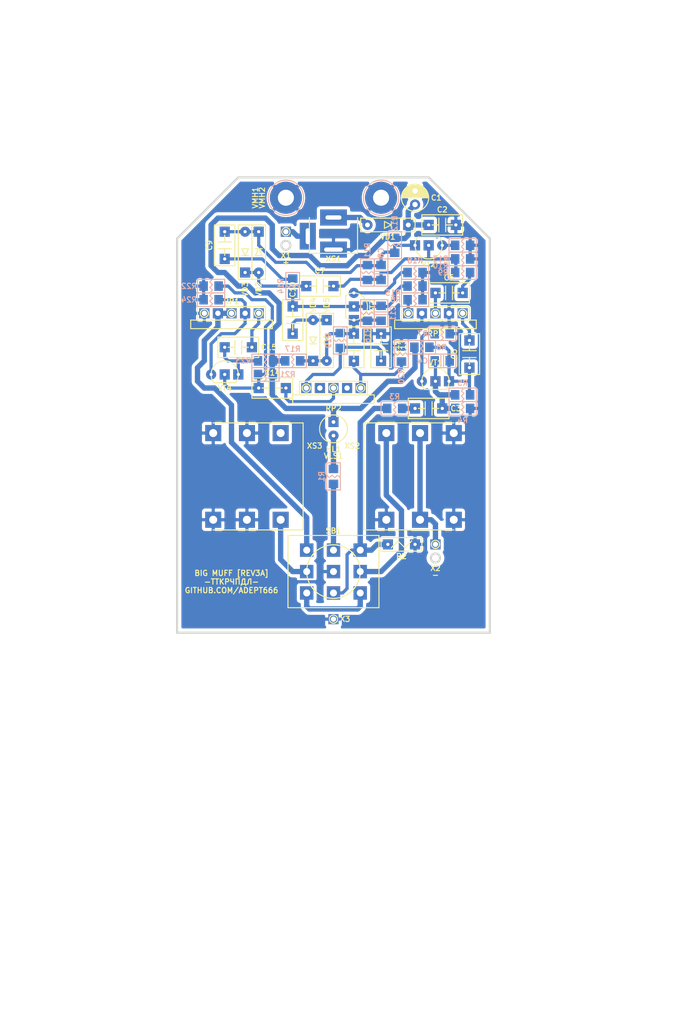
<source format=kicad_pcb>
(kicad_pcb (version 20171130) (host pcbnew 5.1.6-c6e7f7d~87~ubuntu19.10.1)
  (title_block (title "Big Muff (Bass)") (date 2023-02-10) (rev 3A) (company "Igor Ivanov") (comment 1 https://github.com/Adept666) (comment 2 "This project is licensed under GNU General Public License v3.0 or later"))
  (layers (0 F.Cu jumper) (31 B.Cu signal) (36 B.SilkS user) (37 F.SilkS user) (38 B.Mask user) (39 F.Mask user) (44 Edge.Cuts user))
  (net 0 "")
  (net 1 COM)
  (net 2 "Net-(HL1-PadC)")
  (net 3 /LED)
  (net 4 "Net-(SB1-PadNC1)")
  (net 5 /IN-CON)
  (net 6 /OUT-CON)
  (net 7 /PP3-POS)
  (net 8 /PP3-NEG)
  (net 9 "Net-(VD1-PadA)")
  (net 10 "Net-(C3-Pad2)")
  (net 11 "Net-(C4-Pad2)")
  (net 12 "Net-(C5-Pad2)")
  (net 13 "Net-(C6-Pad1)")
  (net 14 "Net-(C6-Pad2)")
  (net 15 "Net-(C7-Pad1)")
  (net 16 "Net-(C7-Pad2)")
  (net 17 "Net-(C8-Pad2)")
  (net 18 "Net-(C9-Pad2)")
  (net 19 "Net-(C10-Pad1)")
  (net 20 "Net-(C10-Pad2)")
  (net 21 "Net-(C11-Pad2)")
  (net 22 "Net-(C12-Pad2)")
  (net 23 "Net-(C13-Pad1)")
  (net 24 "Net-(C14-Pad1)")
  (net 25 "Net-(C14-Pad2)")
  (net 26 "Net-(C15-Pad1)")
  (net 27 "Net-(C15-Pad2)")
  (net 28 "Net-(R8-Pad2)")
  (net 29 "Net-(C3-Pad1)")
  (net 30 V)
  (net 31 /IN-CIR)
  (net 32 /OUT-CIR)
  (net 33 "Net-(XS3-PadTN)")
  (net 34 "Net-(R7-Pad2)")
  (net 35 "Net-(R13-Pad2)")
  (net 36 "Net-(R18-Pad2)")
  (net 37 "Net-(R24-Pad2)")
  (module SBEL:B013_E1 (layer F.Cu) (at 105.41 148.59)
    (fp_text reference VE1 hide)
    (fp_text value B013 hide)
  )
  (module KCL-VIRTUAL:B-PP3-HV (layer F.Cu) (at 105.41 187.96)
    (fp_text reference GB1 hide)
    (fp_text value PP3 hide)
  )
  (module SBKCL-TH-SL:RPB-18-1x17-1.6-PNL-7.4-2.8 (layer F.Cu) (at 86.36 108.15)
    (fp_text reference RP1 (at 0 9.0075) (layer F.SilkS) (effects (font (thickness 0.2))))
    (fp_text value A100K)
    (pad 3 thru_hole rect (at 5.08 11.23) (size 1.9 1.9) (drill 1) (layers B.Cu B.Mask) (net 27 "Net-(C15-Pad2)"))
    (pad NC2 thru_hole rect (at 2.54 11.23) (size 1.9 1.9) (drill 1) (layers B.Cu B.Mask) (net 37 "Net-(R24-Pad2)"))
    (pad 2 thru_hole rect (at 0 11.23) (size 1.9 1.9) (drill 1) (layers B.Cu B.Mask) (net 32 /OUT-CIR))
    (pad NC1 thru_hole rect (at -2.54 11.23) (size 1.9 1.9) (drill 1) (layers B.Cu B.Mask) (net 32 /OUT-CIR))
    (pad 1 thru_hole rect (at -5.08 11.23) (size 1.9 1.9) (drill 1) (layers B.Cu B.Mask) (net 1 COM))
  )
  (module SBKCL-TH-SL:RPB-18-1x17-1.6-PNL-7.4-2.8 (layer F.Cu) (at 124.46 108.15)
    (fp_text reference RP3 (at 0 15.04) (layer F.SilkS) (effects (font (thickness 0.2))))
    (fp_text value A100K)
    (pad 3 thru_hole rect (at 5.08 11.23) (size 1.9 1.9) (drill 1) (layers B.Cu B.Mask) (net 12 "Net-(C5-Pad2)"))
    (pad NC2 thru_hole rect (at 2.54 11.23) (size 1.9 1.9) (drill 1) (layers B.Cu B.Mask) (net 1 COM))
    (pad 2 thru_hole rect (at 0 11.23) (size 1.9 1.9) (drill 1) (layers B.Cu B.Mask) (net 13 "Net-(C6-Pad1)"))
    (pad NC1 thru_hole rect (at -2.54 11.23) (size 1.9 1.9) (drill 1) (layers B.Cu B.Mask) (net 1 COM))
    (pad 1 thru_hole rect (at -5.08 11.23) (size 1.9 1.9) (drill 1) (layers B.Cu B.Mask) (net 28 "Net-(R8-Pad2)"))
  )
  (module SBKCL-TH-SL:RPB-18-1x17-1.6-PNL-7.4-2.8 (layer F.Cu) (at 105.41 122.12)
    (fp_text reference RP2 (at 0 15.04) (layer F.SilkS) (effects (font (thickness 0.2))))
    (fp_text value B100K)
    (pad 3 thru_hole rect (at 5.08 11.23) (size 1.9 1.9) (drill 1) (layers B.Cu B.Mask) (net 22 "Net-(C12-Pad2)"))
    (pad NC2 thru_hole rect (at 2.54 11.23) (size 1.9 1.9) (drill 1) (layers B.Cu B.Mask))
    (pad 2 thru_hole rect (at 0 11.23) (size 1.9 1.9) (drill 1) (layers B.Cu B.Mask) (net 24 "Net-(C14-Pad1)"))
    (pad NC1 thru_hole rect (at -2.54 11.23) (size 1.9 1.9) (drill 1) (layers B.Cu B.Mask))
    (pad 1 thru_hole rect (at -5.08 11.23) (size 1.9 1.9) (drill 1) (layers B.Cu B.Mask) (net 23 "Net-(C13-Pad1)"))
  )
  (module KCL-TH-SL:CON-PAD-S-1.0-1.9 (layer F.Cu) (at 96.52 104.14)
    (fp_text reference X1 (at 0 4.445) (layer F.SilkS) (effects (font (thickness 0.2))))
    (fp_text value +)
    (pad 1 thru_hole rect (at 0 0) (size 1.9 1.9) (drill 1) (layers B.Cu B.Mask) (net 7 /PP3-POS))
  )
  (module KCL-TH-SL:CON-PAD-S-1.0-1.9 (layer F.Cu) (at 124.46 162.56)
    (fp_text reference X2 (at 0 4.445) (layer F.SilkS) (effects (font (thickness 0.2))))
    (fp_text value -)
    (pad 1 thru_hole rect (at 0 0) (size 1.9 1.9) (drill 1) (layers B.Cu B.Mask) (net 8 /PP3-NEG))
  )
  (module KCL-TH-SL:CON-PAD-S-1.0-1.9 (layer F.Cu) (at 105.41 176.53)
    (fp_text reference X3 (at 1.0795 0) (layer F.SilkS) (effects (font (thickness 0.2)) (justify left)))
    (fp_text value COM)
    (pad 1 thru_hole rect (at 0 0) (size 1.9 1.9) (drill 1) (layers B.Cu B.Mask) (net 1 COM))
  )
  (module KCL-TH-SL:P-TO-92-E-B-C (layer F.Cu) (at 123.19 106.68 180)
    (fp_text reference VT2 (at 0 -3.4925) (layer F.SilkS) (effects (font (thickness 0.2))))
    (fp_text value 547)
    (pad C thru_hole rect (at 2.54 0 180) (size 1.9 1.9) (drill 0.6) (layers B.Cu B.Mask) (net 17 "Net-(C8-Pad2)"))
    (pad B thru_hole rect (at 0 0 180) (size 1.9 1.9) (drill 0.6) (layers B.Cu B.Mask) (net 15 "Net-(C7-Pad1)"))
    (pad E thru_hole circle (at -2.54 0 180) (size 1.9 1.9) (drill 0.6) (layers B.Cu B.Mask) (net 35 "Net-(R13-Pad2)"))
  )
  (module KCL-TH-SL:P-TO-92-E-B-C (layer F.Cu) (at 109.22 118.11 270)
    (fp_text reference VT3 (at 0 -3.4925 90) (layer F.SilkS) (effects (font (thickness 0.2))))
    (fp_text value 547)
    (pad C thru_hole rect (at 2.54 0 270) (size 1.9 1.9) (drill 0.6) (layers B.Cu B.Mask) (net 21 "Net-(C11-Pad2)"))
    (pad B thru_hole rect (at 0 0 270) (size 1.9 1.9) (drill 0.6) (layers B.Cu B.Mask) (net 19 "Net-(C10-Pad1)"))
    (pad E thru_hole circle (at -2.54 0 270) (size 1.9 1.9) (drill 0.6) (layers B.Cu B.Mask) (net 36 "Net-(R18-Pad2)"))
  )
  (module KCL-TH-SL:P-TO-92-E-B-C (layer F.Cu) (at 124.46 132.08)
    (fp_text reference VT1 (at 0 -3.4925) (layer F.SilkS) (effects (font (thickness 0.2))))
    (fp_text value 547)
    (pad E thru_hole circle (at -2.54 0) (size 1.9 1.9) (drill 0.6) (layers B.Cu B.Mask) (net 34 "Net-(R7-Pad2)"))
    (pad B thru_hole rect (at 0 0) (size 1.9 1.9) (drill 0.6) (layers B.Cu B.Mask) (net 10 "Net-(C3-Pad2)"))
    (pad C thru_hole rect (at 2.54 0) (size 1.9 1.9) (drill 0.6) (layers B.Cu B.Mask) (net 11 "Net-(C4-Pad2)"))
  )
  (module KCL-TH-SL:P-TO-92-E-B-C (layer F.Cu) (at 85.09 130.81)
    (fp_text reference VT4 (at 0 2.54) (layer F.SilkS) (effects (font (thickness 0.2))))
    (fp_text value 547)
    (pad C thru_hole rect (at 2.54 0) (size 1.9 1.9) (drill 0.6) (layers B.Cu B.Mask) (net 26 "Net-(C15-Pad1)"))
    (pad B thru_hole rect (at 0 0) (size 1.9 1.9) (drill 0.6) (layers B.Cu B.Mask) (net 25 "Net-(C14-Pad2)"))
    (pad E thru_hole circle (at -2.54 0) (size 1.9 1.9) (drill 0.6) (layers B.Cu B.Mask) (net 37 "Net-(R24-Pad2)"))
  )
  (module KCL-TH-SL:P-DO-35 (layer F.Cu) (at 88.9 107.95 270)
    (fp_text reference VD3 (at 5.3975 0 90) (layer F.SilkS) (effects (font (thickness 0.2)) (justify right)))
    (fp_text value 4148)
    (pad C thru_hole rect (at 3.81 0 270) (size 1.9 1.9) (drill 0.6) (layers B.Cu B.Mask) (net 16 "Net-(C7-Pad2)"))
    (pad A thru_hole circle (at -3.81 0 270) (size 1.9 1.9) (drill 0.6) (layers B.Cu B.Mask) (net 17 "Net-(C8-Pad2)"))
  )
  (module KCL-TH-SL:P-DO-35 (layer F.Cu) (at 91.44 107.95 90)
    (fp_text reference VD2 (at -5.3975 0 90) (layer F.SilkS) (effects (font (thickness 0.2)) (justify right)))
    (fp_text value 4148)
    (pad C thru_hole rect (at 3.81 0 90) (size 1.9 1.9) (drill 0.6) (layers B.Cu B.Mask) (net 17 "Net-(C8-Pad2)"))
    (pad A thru_hole circle (at -3.81 0 90) (size 1.9 1.9) (drill 0.6) (layers B.Cu B.Mask) (net 16 "Net-(C7-Pad2)"))
  )
  (module KCL-TH-SL:P-DO-35 (layer F.Cu) (at 101.6 124.46 270)
    (fp_text reference VD4 (at -5.08 0 90) (layer F.SilkS) (effects (font (thickness 0.2)) (justify left)))
    (fp_text value 4148)
    (pad C thru_hole rect (at 3.81 0 270) (size 1.9 1.9) (drill 0.6) (layers B.Cu B.Mask) (net 21 "Net-(C11-Pad2)"))
    (pad A thru_hole circle (at -3.81 0 270) (size 1.9 1.9) (drill 0.6) (layers B.Cu B.Mask) (net 20 "Net-(C10-Pad2)"))
  )
  (module KCL-TH-SL:P-DO-35 (layer F.Cu) (at 104.14 124.46 90)
    (fp_text reference VD5 (at 5.08 0 90) (layer F.SilkS) (effects (font (thickness 0.2)) (justify left)))
    (fp_text value 4148)
    (pad C thru_hole rect (at 3.81 0 90) (size 1.9 1.9) (drill 0.6) (layers B.Cu B.Mask) (net 20 "Net-(C10-Pad2)"))
    (pad A thru_hole circle (at -3.81 0 90) (size 1.9 1.9) (drill 0.6) (layers B.Cu B.Mask) (net 21 "Net-(C11-Pad2)"))
  )
  (module KCL-TH-SL:C-DISK-D04.2-T03.0-P05.08-d0.5 (layer F.Cu) (at 125.73 102.87)
    (fp_text reference C2 (at 0 -2.8575) (layer F.SilkS) (effects (font (thickness 0.2))))
    (fp_text value 104)
    (pad 1 thru_hole rect (at -2.54 0) (size 1.9 1.9) (drill 0.6) (layers B.Cu B.Mask) (net 30 V))
    (pad 2 thru_hole rect (at 2.54 0) (size 1.9 1.9) (drill 0.6) (layers B.Cu B.Mask) (net 1 COM))
  )
  (module KCL-TH-SL:C-DISK-D04.2-T03.0-P05.08-d0.5 (layer F.Cu) (at 109.22 125.73 270)
    (fp_text reference C12 (at 0 -7.9375 90) (layer F.SilkS) (effects (font (thickness 0.2))))
    (fp_text value 332)
    (pad 2 thru_hole rect (at 2.54 0 270) (size 1.9 1.9) (drill 0.6) (layers B.Cu B.Mask) (net 22 "Net-(C12-Pad2)"))
    (pad 1 thru_hole rect (at -2.54 0 270) (size 1.9 1.9) (drill 0.6) (layers B.Cu B.Mask) (net 21 "Net-(C11-Pad2)"))
  )
  (module KCL-TH-SL:C-DISK-D04.2-T03.0-P05.08-d0.5 (layer F.Cu) (at 114.3 125.73 90)
    (fp_text reference C13 (at 0 4.1275 90) (layer F.SilkS) (effects (font (thickness 0.2))))
    (fp_text value 103)
    (pad 1 thru_hole rect (at -2.54 0 90) (size 1.9 1.9) (drill 0.6) (layers B.Cu B.Mask) (net 23 "Net-(C13-Pad1)"))
    (pad 2 thru_hole rect (at 2.54 0 90) (size 1.9 1.9) (drill 0.6) (layers B.Cu B.Mask) (net 1 COM))
  )
  (module KCL-TH-SL:C-DISK-D04.2-T03.0-P05.08-d0.5 (layer F.Cu) (at 127 115.57)
    (fp_text reference C6 (at 0 -2.8575) (layer F.SilkS) (effects (font (thickness 0.2))))
    (fp_text value 104)
    (pad 2 thru_hole rect (at 2.54 0) (size 1.9 1.9) (drill 0.6) (layers B.Cu B.Mask) (net 14 "Net-(C6-Pad2)"))
    (pad 1 thru_hole rect (at -2.54 0) (size 1.9 1.9) (drill 0.6) (layers B.Cu B.Mask) (net 13 "Net-(C6-Pad1)"))
  )
  (module KCL-TH-SL:C-DISK-D04.2-T03.0-P05.08-d0.5 (layer F.Cu) (at 130.81 127 90)
    (fp_text reference C5 (at 0 -2.8575 90) (layer F.SilkS) (effects (font (thickness 0.2))))
    (fp_text value 104)
    (pad 1 thru_hole rect (at -2.54 0 90) (size 1.9 1.9) (drill 0.6) (layers B.Cu B.Mask) (net 11 "Net-(C4-Pad2)"))
    (pad 2 thru_hole rect (at 2.54 0 90) (size 1.9 1.9) (drill 0.6) (layers B.Cu B.Mask) (net 12 "Net-(C5-Pad2)"))
  )
  (module KCL-TH-SL:C-DISK-D04.2-T03.0-P05.08-d0.5 (layer F.Cu) (at 123.19 137.16)
    (fp_text reference C3 (at 5.08 0) (layer F.SilkS) (effects (font (thickness 0.2))))
    (fp_text value 105)
    (pad 1 thru_hole rect (at -2.54 0) (size 1.9 1.9) (drill 0.6) (layers B.Cu B.Mask) (net 29 "Net-(C3-Pad1)"))
    (pad 2 thru_hole rect (at 2.54 0) (size 1.9 1.9) (drill 0.6) (layers B.Cu B.Mask) (net 10 "Net-(C3-Pad2)"))
  )
  (module KCL-TH-SL:C-DISK-D04.2-T03.0-P05.08-d0.5 (layer F.Cu) (at 93.98 133.35 180)
    (fp_text reference C14 (at 0 2.8575) (layer F.SilkS) (effects (font (thickness 0.2))))
    (fp_text value 105)
    (pad 2 thru_hole rect (at 2.54 0 180) (size 1.9 1.9) (drill 0.6) (layers B.Cu B.Mask) (net 25 "Net-(C14-Pad2)"))
    (pad 1 thru_hole rect (at -2.54 0 180) (size 1.9 1.9) (drill 0.6) (layers B.Cu B.Mask) (net 24 "Net-(C14-Pad1)"))
  )
  (module KCL-TH-SL:C-DISK-D04.2-T03.0-P05.08-d0.5 (layer F.Cu) (at 87.63 125.73)
    (fp_text reference C15 (at 4.1275 0) (layer F.SilkS) (effects (font (thickness 0.2)) (justify left)))
    (fp_text value 104)
    (pad 2 thru_hole rect (at 2.54 0) (size 1.9 1.9) (drill 0.6) (layers B.Cu B.Mask) (net 27 "Net-(C15-Pad2)"))
    (pad 1 thru_hole rect (at -2.54 0) (size 1.9 1.9) (drill 0.6) (layers B.Cu B.Mask) (net 26 "Net-(C15-Pad1)"))
  )
  (module KCL-TH-SL:C-DISK-D04.2-T03.0-P05.08-d0.5 (layer F.Cu) (at 97.79 120.65 270)
    (fp_text reference C10 (at -4.1275 0 90) (layer F.SilkS) (effects (font (thickness 0.2)) (justify left)))
    (fp_text value 683)
    (pad 2 thru_hole rect (at 2.54 0 270) (size 1.9 1.9) (drill 0.6) (layers B.Cu B.Mask) (net 20 "Net-(C10-Pad2)"))
    (pad 1 thru_hole rect (at -2.54 0 270) (size 1.9 1.9) (drill 0.6) (layers B.Cu B.Mask) (net 19 "Net-(C10-Pad1)"))
  )
  (module KCL-TH-SL:C-DISK-D04.2-T03.0-P05.08-d0.5 (layer F.Cu) (at 102.87 114.3 180)
    (fp_text reference C7 (at 0 2.8575) (layer F.SilkS) (effects (font (thickness 0.2))))
    (fp_text value 683)
    (pad 1 thru_hole rect (at -2.54 0 180) (size 1.9 1.9) (drill 0.6) (layers B.Cu B.Mask) (net 15 "Net-(C7-Pad1)"))
    (pad 2 thru_hole rect (at 2.54 0 180) (size 1.9 1.9) (drill 0.6) (layers B.Cu B.Mask) (net 16 "Net-(C7-Pad2)"))
  )
  (module KCL-TH-SL:C-DISK-D04.2-T03.0-P05.08-d0.5 (layer F.Cu) (at 85.09 106.68 270)
    (fp_text reference C9 (at 0 2.8575 90) (layer F.SilkS) (effects (font (thickness 0.2))))
    (fp_text value 104)
    (pad 2 thru_hole rect (at 2.54 0 270) (size 1.9 1.9) (drill 0.6) (layers B.Cu B.Mask) (net 18 "Net-(C9-Pad2)"))
    (pad 1 thru_hole rect (at -2.54 0 270) (size 1.9 1.9) (drill 0.6) (layers B.Cu B.Mask) (net 17 "Net-(C8-Pad2)"))
  )
  (module KCL-TH-SL:P-DO-41 (layer F.Cu) (at 115.57 102.87)
    (fp_text reference VD1 (at 0 2.2225) (layer F.SilkS) (effects (font (thickness 0.2))))
    (fp_text value 5817)
    (pad A thru_hole circle (at -3.81 0) (size 1.9 1.9) (drill 0.9) (layers B.Cu B.Mask) (net 9 "Net-(VD1-PadA)"))
    (pad C thru_hole rect (at 3.81 0) (size 1.9 1.9) (drill 0.9) (layers B.Cu B.Mask) (net 30 V))
  )
  (module KCL-SM:C-SM-1206 (layer B.Cu) (at 114.3 111.76 90)
    (fp_text reference C8 (at 2.54 0 90) (layer B.SilkS) (effects (font (thickness 0.2)) (justify right mirror)))
    (fp_text value 471)
    (pad 2 smd rect (at 1.4 0 90) (size 1.6 1.8) (layers B.Cu B.Mask) (net 17 "Net-(C8-Pad2)"))
    (pad 1 smd rect (at -1.4 0 90) (size 1.6 1.8) (layers B.Cu B.Mask) (net 15 "Net-(C7-Pad1)"))
  )
  (module KCL-SM:C-SM-1206 (layer B.Cu) (at 114.3 119.38 270)
    (fp_text reference C11 (at 0 -2.2225 270) (layer B.SilkS) (effects (font (thickness 0.2)) (justify mirror)))
    (fp_text value 471)
    (pad 2 smd rect (at 1.4 0 270) (size 1.6 1.8) (layers B.Cu B.Mask) (net 21 "Net-(C11-Pad2)"))
    (pad 1 smd rect (at -1.4 0 270) (size 1.6 1.8) (layers B.Cu B.Mask) (net 19 "Net-(C10-Pad1)"))
  )
  (module KCL-SM:C-SM-1206 (layer B.Cu) (at 125.73 128.27)
    (fp_text reference C4 (at -2.54 0) (layer B.SilkS) (effects (font (thickness 0.2)) (justify left mirror)))
    (fp_text value 471)
    (pad 2 smd rect (at 1.4 0) (size 1.6 1.8) (layers B.Cu B.Mask) (net 11 "Net-(C4-Pad2)"))
    (pad 1 smd rect (at -1.4 0) (size 1.6 1.8) (layers B.Cu B.Mask) (net 10 "Net-(C3-Pad2)"))
  )
  (module KCL-SM:R-SM-1206 (layer B.Cu) (at 129.54 134.62)
    (fp_text reference R5 (at 0 -2.2225) (layer B.SilkS) (effects (font (thickness 0.2)) (justify mirror)))
    (fp_text value 474)
    (pad 1 smd rect (at -1.4 0) (size 1.6 1.8) (layers B.Cu B.Mask) (net 10 "Net-(C3-Pad2)"))
    (pad 2 smd rect (at 1.4 0) (size 1.6 1.8) (layers B.Cu B.Mask) (net 11 "Net-(C4-Pad2)"))
  )
  (module KCL-SM:R-SM-1206 (layer B.Cu) (at 129.54 137.16 180)
    (fp_text reference R4 (at 0 -2.2225) (layer B.SilkS) (effects (font (thickness 0.2)) (justify mirror)))
    (fp_text value 104)
    (pad 2 smd rect (at 1.4 0 180) (size 1.6 1.8) (layers B.Cu B.Mask) (net 10 "Net-(C3-Pad2)"))
    (pad 1 smd rect (at -1.4 0 180) (size 1.6 1.8) (layers B.Cu B.Mask) (net 1 COM))
  )
  (module KCL-SM:R-SM-1206 (layer B.Cu) (at 116.84 137.16)
    (fp_text reference R3 (at 0 -2.2225) (layer B.SilkS) (effects (font (thickness 0.2)) (justify mirror)))
    (fp_text value 393)
    (pad 2 smd rect (at 1.4 0) (size 1.6 1.8) (layers B.Cu B.Mask) (net 29 "Net-(C3-Pad1)"))
    (pad 1 smd rect (at -1.4 0) (size 1.6 1.8) (layers B.Cu B.Mask) (net 31 /IN-CIR))
  )
  (module KCL-SM:R-SM-1206 (layer B.Cu) (at 121.92 125.73 180)
    (fp_text reference R6 (at -2.54 0 180) (layer B.SilkS) (effects (font (thickness 0.2)) (justify right mirror)))
    (fp_text value 123)
    (pad 1 smd rect (at -1.4 0 180) (size 1.6 1.8) (layers B.Cu B.Mask) (net 11 "Net-(C4-Pad2)"))
    (pad 2 smd rect (at 1.4 0 180) (size 1.6 1.8) (layers B.Cu B.Mask) (net 30 V))
  )
  (module KCL-SM:R-SM-1206 (layer B.Cu) (at 118.11 127 90)
    (fp_text reference R20 (at -2.54 0 90) (layer B.SilkS) (effects (font (thickness 0.2)) (justify left mirror)))
    (fp_text value 223)
    (pad 2 smd rect (at 1.4 0 90) (size 1.6 1.8) (layers B.Cu B.Mask) (net 1 COM))
    (pad 1 smd rect (at -1.4 0 90) (size 1.6 1.8) (layers B.Cu B.Mask) (net 22 "Net-(C12-Pad2)"))
  )
  (module KCL-SM:R-SM-1206 (layer B.Cu) (at 125.73 123.19 180)
    (fp_text reference R7 (at 2.54 0 180) (layer B.SilkS) (effects (font (thickness 0.2)) (justify left mirror)))
    (fp_text value 391)
    (pad 1 smd rect (at -1.4 0 180) (size 1.6 1.8) (layers B.Cu B.Mask) (net 1 COM))
    (pad 2 smd rect (at 1.4 0 180) (size 1.6 1.8) (layers B.Cu B.Mask) (net 34 "Net-(R7-Pad2)"))
  )
  (module KCL-SM:R-SM-1206 (layer B.Cu) (at 129.54 106.68 180)
    (fp_text reference R13 (at 2.54 -2.54 180) (layer B.SilkS) (effects (font (thickness 0.2)) (justify left mirror)))
    (fp_text value 391)
    (pad 2 smd rect (at 1.4 0 180) (size 1.6 1.8) (layers B.Cu B.Mask) (net 35 "Net-(R13-Pad2)"))
    (pad 1 smd rect (at -1.4 0 180) (size 1.6 1.8) (layers B.Cu B.Mask) (net 1 COM))
  )
  (module KCL-SM:R-SM-1206 (layer B.Cu) (at 129.54 109.22 180)
    (fp_text reference R10 (at 2.54 -1.27) (layer B.SilkS) (effects (font (thickness 0.2)) (justify left mirror)))
    (fp_text value 104)
    (pad 2 smd rect (at 1.4 0 180) (size 1.6 1.8) (layers B.Cu B.Mask) (net 15 "Net-(C7-Pad1)"))
    (pad 1 smd rect (at -1.4 0 180) (size 1.6 1.8) (layers B.Cu B.Mask) (net 1 COM))
  )
  (module KCL-SM:R-SM-1206 (layer B.Cu) (at 129.54 111.76 180)
    (fp_text reference R9 (at 2.54 0) (layer B.SilkS) (effects (font (thickness 0.2)) (justify left mirror)))
    (fp_text value 103)
    (pad 2 smd rect (at 1.4 0 180) (size 1.6 1.8) (layers B.Cu B.Mask) (net 15 "Net-(C7-Pad1)"))
    (pad 1 smd rect (at -1.4 0 180) (size 1.6 1.8) (layers B.Cu B.Mask) (net 14 "Net-(C6-Pad2)"))
  )
  (module KCL-SM:R-SM-1206 (layer B.Cu) (at 120.65 116.84 180)
    (fp_text reference R8 (at 2.54 0) (layer B.SilkS) (effects (font (thickness 0.2)) (justify left mirror)))
    (fp_text value 102)
    (pad 1 smd rect (at -1.4 0 180) (size 1.6 1.8) (layers B.Cu B.Mask) (net 1 COM))
    (pad 2 smd rect (at 1.4 0 180) (size 1.6 1.8) (layers B.Cu B.Mask) (net 28 "Net-(R8-Pad2)"))
  )
  (module KCL-SM:R-SM-1206 (layer B.Cu) (at 120.65 114.3 180)
    (fp_text reference R15 (at 2.54 -1.27) (layer B.SilkS) (effects (font (thickness 0.2)) (justify left mirror)))
    (fp_text value 104)
    (pad 2 smd rect (at 1.4 0 180) (size 1.6 1.8) (layers B.Cu B.Mask) (net 19 "Net-(C10-Pad1)"))
    (pad 1 smd rect (at -1.4 0 180) (size 1.6 1.8) (layers B.Cu B.Mask) (net 1 COM))
  )
  (module KCL-SM:R-SM-1206 (layer B.Cu) (at 120.65 111.76 180)
    (fp_text reference R18 (at 0 2.2225 180) (layer B.SilkS) (effects (font (thickness 0.2)) (justify mirror)))
    (fp_text value 391)
    (pad 2 smd rect (at 1.4 0 180) (size 1.6 1.8) (layers B.Cu B.Mask) (net 36 "Net-(R18-Pad2)"))
    (pad 1 smd rect (at -1.4 0 180) (size 1.6 1.8) (layers B.Cu B.Mask) (net 1 COM))
  )
  (module KCL-SM:R-SM-1206 (layer B.Cu) (at 116.84 106.68 90)
    (fp_text reference R12 (at 2.54 0 90) (layer B.SilkS) (effects (font (thickness 0.2)) (justify right mirror)))
    (fp_text value 123)
    (pad 1 smd rect (at -1.4 0 90) (size 1.6 1.8) (layers B.Cu B.Mask) (net 17 "Net-(C8-Pad2)"))
    (pad 2 smd rect (at 1.4 0 90) (size 1.6 1.8) (layers B.Cu B.Mask) (net 30 V))
  )
  (module KCL-SM:R-SM-1206 (layer B.Cu) (at 111.76 111.76 90)
    (fp_text reference R11 (at 2.54 0 90) (layer B.SilkS) (effects (font (thickness 0.2)) (justify right mirror)))
    (fp_text value 474)
    (pad 2 smd rect (at 1.4 0 90) (size 1.6 1.8) (layers B.Cu B.Mask) (net 17 "Net-(C8-Pad2)"))
    (pad 1 smd rect (at -1.4 0 90) (size 1.6 1.8) (layers B.Cu B.Mask) (net 15 "Net-(C7-Pad1)"))
  )
  (module KCL-SM:R-SM-1206 (layer B.Cu) (at 111.76 119.38 270)
    (fp_text reference R16 (at 2.54 0 90) (layer B.SilkS) (effects (font (thickness 0.2)) (justify left mirror)))
    (fp_text value 474)
    (pad 2 smd rect (at 1.4 0 270) (size 1.6 1.8) (layers B.Cu B.Mask) (net 21 "Net-(C11-Pad2)"))
    (pad 1 smd rect (at -1.4 0 270) (size 1.6 1.8) (layers B.Cu B.Mask) (net 19 "Net-(C10-Pad1)"))
  )
  (module KCL-SM:R-SM-1206 (layer B.Cu) (at 97.79 114.3 270)
    (fp_text reference R14 (at 0 2.2225 90) (layer B.SilkS) (effects (font (thickness 0.2)) (justify mirror)))
    (fp_text value 103)
    (pad 2 smd rect (at 1.4 0 270) (size 1.6 1.8) (layers B.Cu B.Mask) (net 19 "Net-(C10-Pad1)"))
    (pad 1 smd rect (at -1.4 0 270) (size 1.6 1.8) (layers B.Cu B.Mask) (net 18 "Net-(C9-Pad2)"))
  )
  (module KCL-SM:R-SM-1206 (layer B.Cu) (at 106.68 124.46 270)
    (fp_text reference R19 (at 0 2.2225 270) (layer B.SilkS) (effects (font (thickness 0.2)) (justify mirror)))
    (fp_text value 223)
    (pad 2 smd rect (at 1.4 0 270) (size 1.6 1.8) (layers B.Cu B.Mask) (net 23 "Net-(C13-Pad1)"))
    (pad 1 smd rect (at -1.4 0 270) (size 1.6 1.8) (layers B.Cu B.Mask) (net 21 "Net-(C11-Pad2)"))
  )
  (module KCL-SM:R-SM-1206 (layer B.Cu) (at 97.79 128.27 180)
    (fp_text reference R17 (at 0 2.2225) (layer B.SilkS) (effects (font (thickness 0.2)) (justify mirror)))
    (fp_text value 123)
    (pad 2 smd rect (at 1.4 0 180) (size 1.6 1.8) (layers B.Cu B.Mask) (net 30 V))
    (pad 1 smd rect (at -1.4 0 180) (size 1.6 1.8) (layers B.Cu B.Mask) (net 21 "Net-(C11-Pad2)"))
  )
  (module KCL-SM:R-SM-1206 (layer B.Cu) (at 92.71 128.27)
    (fp_text reference R23 (at -2.54 0) (layer B.SilkS) (effects (font (thickness 0.2)) (justify left mirror)))
    (fp_text value 103)
    (pad 2 smd rect (at 1.4 0) (size 1.6 1.8) (layers B.Cu B.Mask) (net 30 V))
    (pad 1 smd rect (at -1.4 0) (size 1.6 1.8) (layers B.Cu B.Mask) (net 26 "Net-(C15-Pad1)"))
  )
  (module KCL-SM:R-SM-1206 (layer B.Cu) (at 92.71 130.81)
    (fp_text reference R21 (at 2.54 0) (layer B.SilkS) (effects (font (thickness 0.2)) (justify right mirror)))
    (fp_text value 474)
    (pad 2 smd rect (at 1.4 0) (size 1.6 1.8) (layers B.Cu B.Mask) (net 30 V))
    (pad 1 smd rect (at -1.4 0) (size 1.6 1.8) (layers B.Cu B.Mask) (net 25 "Net-(C14-Pad2)"))
  )
  (module KCL-SM:R-SM-1206 (layer B.Cu) (at 82.55 114.3)
    (fp_text reference R22 (at -2.54 0) (layer B.SilkS) (effects (font (thickness 0.2)) (justify left mirror)))
    (fp_text value 104)
    (pad 2 smd rect (at 1.4 0) (size 1.6 1.8) (layers B.Cu B.Mask) (net 25 "Net-(C14-Pad2)"))
    (pad 1 smd rect (at -1.4 0) (size 1.6 1.8) (layers B.Cu B.Mask) (net 1 COM))
  )
  (module KCL-SM:R-SM-1206 (layer B.Cu) (at 82.55 116.84)
    (fp_text reference R24 (at -2.54 0) (layer B.SilkS) (effects (font (thickness 0.2)) (justify left mirror)))
    (fp_text value 272)
    (pad 1 smd rect (at -1.4 0) (size 1.6 1.8) (layers B.Cu B.Mask) (net 1 COM))
    (pad 2 smd rect (at 1.4 0) (size 1.6 1.8) (layers B.Cu B.Mask) (net 37 "Net-(R24-Pad2)"))
  )
  (module KCL-TH-SL:R-MFR-12 (layer F.Cu) (at 118.11 162.56 180)
    (fp_text reference R2 (at 0 -2.2225) (layer F.SilkS) (effects (font (thickness 0.2))))
    (fp_text value 105)
    (pad 2 thru_hole rect (at 2.54 0 180) (size 1.9 1.9) (drill 0.6) (layers B.Cu B.Mask) (net 31 /IN-CIR))
    (pad 1 thru_hole rect (at -2.54 0 180) (size 1.9 1.9) (drill 0.6) (layers B.Cu B.Mask) (net 1 COM))
  )
  (module KCL-SM:R-SM-1206 (layer B.Cu) (at 105.41 149.86 90)
    (fp_text reference R1 (at 0 -2.2225 90) (layer B.SilkS) (effects (font (thickness 0.2)) (justify mirror)))
    (fp_text value 103)
    (pad 2 smd rect (at 1.4 0 90) (size 1.6 1.8) (layers B.Cu B.Mask) (net 2 "Net-(HL1-PadC)"))
    (pad 1 smd rect (at -1.4 0 90) (size 1.6 1.8) (layers B.Cu B.Mask) (net 3 /LED))
  )
  (module KCL-TH-SL:CP-RADIAL-D05.0-P02.0-CLS (layer F.Cu) (at 120.65 97.79 90)
    (fp_text reference C1 (at 0 2.8575 180) (layer F.SilkS) (effects (font (thickness 0.2)) (justify left)))
    (fp_text value 106)
    (pad + thru_hole circle (at -1.27 0 90) (size 1.9 1.9) (drill 1) (layers B.Cu B.Mask) (net 30 V))
    (pad - thru_hole rect (at 1.27 0 90) (size 1.9 1.9) (drill 1) (layers B.Cu B.Mask) (net 1 COM))
  )
  (module KCL-VIRTUAL:VLS-BR (layer F.Cu) (at 105.41 140.97)
    (fp_text reference VLS1 (at 0 5.08) (layer F.SilkS) (effects (font (thickness 0.2))))
    (fp_text value BR-12.7)
  )
  (module KCL-TH-SL:LED-ROUND-05.0-UNI-SH-SPACER-PNL-5.3 (layer F.Cu) (at 105.41 140.97 90)
    (fp_text reference HL1 (at -3.81 0 180) (layer F.SilkS) (effects (font (thickness 0.2))))
    (fp_text value FYL-5013UWC)
    (pad C thru_hole circle (at -1.27 0 90) (size 1.9 1.9) (drill 0.7) (layers B.Cu B.Mask) (net 2 "Net-(HL1-PadC)"))
    (pad A thru_hole rect (at 1.27 0 90) (size 1.9 1.9) (drill 0.7) (layers B.Cu B.Mask) (net 30 V))
  )
  (module KCL-TH-SL:SW-PBS-24-302SP-2.5-PNL-13.0 (layer F.Cu) (at 105.41 167.64)
    (fp_text reference SB1 (at 0 -7.62) (layer F.SilkS) (effects (font (thickness 0.2))))
    (fp_text value PBS-24-302SP)
    (pad COM3 thru_hole rect (at 5 0) (size 2.5 2.5) (drill 1.3) (layers B.Cu B.Mask) (net 5 /IN-CON))
    (pad NC3 thru_hole rect (at 5 4) (size 2.5 2.5) (drill 1.3) (layers B.Cu B.Mask) (net 4 "Net-(SB1-PadNC1)"))
    (pad NO3 thru_hole rect (at 5 -4) (size 2.5 2.5) (drill 1.3) (layers B.Cu B.Mask) (net 31 /IN-CIR))
    (pad COM2 thru_hole rect (at 0 0) (size 2.5 2.5) (drill 1.3) (layers B.Cu B.Mask) (net 1 COM))
    (pad NC2 thru_hole rect (at 0 4) (size 2.5 2.5) (drill 1.3) (layers B.Cu B.Mask) (net 31 /IN-CIR))
    (pad NO2 thru_hole rect (at 0 -4) (size 2.5 2.5) (drill 1.3) (layers B.Cu B.Mask) (net 3 /LED))
    (pad NO1 thru_hole rect (at -5 -4) (size 2.5 2.5) (drill 1.3) (layers B.Cu B.Mask) (net 32 /OUT-CIR))
    (pad COM1 thru_hole rect (at -5 0) (size 2.5 2.5) (drill 1.3) (layers B.Cu B.Mask) (net 6 /OUT-CON))
    (pad NC1 thru_hole rect (at -5 4) (size 2.5 2.5) (drill 1.3) (layers B.Cu B.Mask) (net 4 "Net-(SB1-PadNC1)"))
  )
  (module KCL-TH-SL:CON-PJ-644C (layer F.Cu) (at 78.74 149.86 270)
    (fp_text reference XS3 (at -5.715 -21.59) (layer F.SilkS) (effects (font (thickness 0.2)) (justify left)))
    (fp_text value PJ-644C)
    (pad TN thru_hole rect (at -8.1 -16.8 270) (size 3 3) (drill 1.5) (layers B.Cu B.Mask) (net 33 "Net-(XS3-PadTN)"))
    (pad RN thru_hole rect (at -8.1 -10.5 270) (size 3 3) (drill 1.5) (layers B.Cu B.Mask) (net 1 COM))
    (pad SN thru_hole rect (at -8.1 -4.2 270) (size 3 3) (drill 1.5) (layers B.Cu B.Mask) (net 1 COM))
    (pad T thru_hole rect (at 8.1 -16.8 270) (size 3 3) (drill 1.5) (layers B.Cu B.Mask) (net 6 /OUT-CON))
    (pad R thru_hole rect (at 8.1 -10.5 270) (size 3 3) (drill 1.5) (layers B.Cu B.Mask) (net 1 COM))
    (pad S thru_hole rect (at 8.1 -4.2 270) (size 3 3) (drill 1.5) (layers B.Cu B.Mask) (net 1 COM))
  )
  (module KCL-TH-SL:CON-PJ-644C (layer F.Cu) (at 132.08 149.86 90)
    (fp_text reference XS2 (at 5.715 -21.59 180) (layer F.SilkS) (effects (font (thickness 0.2)) (justify right)))
    (fp_text value PJ-644C)
    (pad TN thru_hole rect (at -8.1 -16.8 90) (size 3 3) (drill 1.5) (layers B.Cu B.Mask) (net 1 COM))
    (pad RN thru_hole rect (at -8.1 -10.5 90) (size 3 3) (drill 1.5) (layers B.Cu B.Mask) (net 8 /PP3-NEG))
    (pad SN thru_hole rect (at -8.1 -4.2 90) (size 3 3) (drill 1.5) (layers B.Cu B.Mask) (net 1 COM))
    (pad T thru_hole rect (at 8.1 -16.8 90) (size 3 3) (drill 1.5) (layers B.Cu B.Mask) (net 5 /IN-CON))
    (pad R thru_hole rect (at 8.1 -10.5 90) (size 3 3) (drill 1.5) (layers B.Cu B.Mask) (net 8 /PP3-NEG))
    (pad S thru_hole rect (at 8.1 -4.2 90) (size 3 3) (drill 1.5) (layers B.Cu B.Mask) (net 1 COM))
  )
  (module KCL-TH-SL:CON-DC-005 (layer F.Cu) (at 105.41 93.98 180)
    (fp_text reference XS1 (at 0 -15.24) (layer F.SilkS) (effects (font (thickness 0.2))))
    (fp_text value DC-005)
    (pad C thru_hole rect (at 0 -13.5 180) (size 5 3) (drill oval 3.5 0.8) (layers B.Cu B.Mask) (net 1 COM))
    (pad SN thru_hole rect (at 4.8 -11 180) (size 3 5) (drill oval 0.8 3) (layers B.Cu B.Mask) (net 7 /PP3-POS))
    (pad S thru_hole rect (at 0 -7.5 180) (size 5 3) (drill oval 3 0.8) (layers B.Cu B.Mask) (net 9 "Net-(VD1-PadA)"))
  )
  (module KCL-TH-SL:VMH-STA-DA5-PNL-3.0 (layer F.Cu) (at 114.3 97.79)
    (fp_text reference VMH2 (at -22.225 0 90) (layer F.SilkS) (effects (font (thickness 0.2))))
    (fp_text value DI5M3x18)
    (pad 0 thru_hole circle (at 0 0) (size 6 6) (drill 3) (layers B.Cu B.Mask) (net 1 COM))
  )
  (module KCL-TH-SL:VMH-STA-DA5-PNL-3.0 (layer F.Cu) (at 96.52 97.79)
    (fp_text reference VMH1 (at -5.715 0 90) (layer F.SilkS) (effects (font (thickness 0.2))))
    (fp_text value DI5M3x18)
    (pad 0 thru_hole circle (at 0 0) (size 6 6) (drill 3) (layers B.Cu B.Mask) (net 1 COM))
  )
  (gr_text - (at 124.46 168.275) (layer F.SilkS) (effects (font (size 1 1) (thickness 0.2))))
  (gr_text + (at 96.52 109.855) (layer F.SilkS) (effects (font (size 1 1) (thickness 0.2))))
  (gr_text "BIG MUFF [REV3A]\n-ТТКРЧПДЛ-\nGITHUB.COM/ADEPT666" (at 86.36 169.545) (layer F.SilkS) (effects (font (size 1 1) (thickness 0.2))))
  (gr_circle (center 124.46 165.1) (end 125.31 165.1) (layer Edge.Cuts) (width 0.4))
  (gr_circle (center 96.52 106.68) (end 97.37 106.68) (layer Edge.Cuts) (width 0.4))
  (gr_line (start 123.19 93.98) (end 134.62 105.41) (layer Edge.Cuts) (width 0.4))
  (gr_line (start 76.2 105.41) (end 87.63 93.98) (layer Edge.Cuts) (width 0.4))
  (gr_line (start 134.62 105.41) (end 134.62 179.07) (layer Edge.Cuts) (width 0.4))
  (gr_line (start 76.2 105.41) (end 76.2 179.07) (layer Edge.Cuts) (width 0.4))
  (gr_line (start 76.2 179.07) (end 134.62 179.07) (layer Edge.Cuts) (width 0.4))
  (gr_line (start 87.63 93.98) (end 123.19 93.98) (layer Edge.Cuts) (width 0.4))
  (segment (start 98.425 169.545) (end 102.235 169.545) (width 0.6) (layer B.Cu) (net 1))
  (segment (start 105.41 148.46) (end 105.41 142.24) (width 1) (layer B.Cu) (net 2))
  (segment (start 105.41 163.64) (end 105.41 151.26) (width 1) (layer B.Cu) (net 3))
  (segment (start 110.41 174.14) (end 110.41 171.64) (width 1) (layer B.Cu) (net 4))
  (segment (start 109.925 174.625) (end 110.41 174.14) (width 1) (layer B.Cu) (net 4))
  (segment (start 100.895 174.625) (end 109.925 174.625) (width 1) (layer B.Cu) (net 4))
  (segment (start 100.41 174.14) (end 100.895 174.625) (width 1) (layer B.Cu) (net 4))
  (segment (start 100.41 171.64) (end 100.41 174.14) (width 1) (layer B.Cu) (net 4))
  (segment (start 114.3 167.64) (end 110.41 167.64) (width 1) (layer B.Cu) (net 5))
  (segment (start 118.11 163.83) (end 114.3 167.64) (width 1) (layer B.Cu) (net 5))
  (segment (start 118.11 156.21) (end 118.11 163.83) (width 1) (layer B.Cu) (net 5))
  (segment (start 115.28 153.38) (end 118.11 156.21) (width 1) (layer B.Cu) (net 5))
  (segment (start 115.28 141.76) (end 115.28 153.38) (width 1) (layer B.Cu) (net 5))
  (segment (start 100.41 167.64) (end 97.79 167.64) (width 1) (layer B.Cu) (net 6))
  (segment (start 95.54 165.39) (end 97.79 167.64) (width 1) (layer B.Cu) (net 6))
  (segment (start 95.54 157.96) (end 95.54 165.39) (width 1) (layer B.Cu) (net 6))
  (segment (start 100.61 104.98) (end 98.63 104.98) (width 1) (layer B.Cu) (net 7))
  (segment (start 98.63 104.98) (end 97.79 104.14) (width 1) (layer B.Cu) (net 7))
  (segment (start 97.79 104.14) (end 96.52 104.14) (width 1) (layer B.Cu) (net 7))
  (segment (start 121.58 141.76) (end 121.58 157.96) (width 1) (layer B.Cu) (net 8))
  (segment (start 124.46 158.75) (end 124.46 162.56) (width 1) (layer B.Cu) (net 8))
  (segment (start 123.67 157.96) (end 124.46 158.75) (width 1) (layer B.Cu) (net 8))
  (segment (start 121.58 157.96) (end 123.67 157.96) (width 1) (layer B.Cu) (net 8))
  (segment (start 105.41 101.48) (end 110.37 101.48) (width 1) (layer B.Cu) (net 9))
  (segment (start 110.37 101.48) (end 111.76 102.87) (width 1) (layer B.Cu) (net 9))
  (segment (start 124.46 128.27) (end 124.46 132.08) (width 0.6) (layer B.Cu) (net 10))
  (segment (start 128.14 137.16) (end 125.73 137.16) (width 1) (layer B.Cu) (net 10))
  (segment (start 125.73 134.62) (end 125.73 137.16) (width 1) (layer B.Cu) (net 10))
  (segment (start 128.14 134.62) (end 125.73 134.62) (width 1) (layer B.Cu) (net 10))
  (segment (start 124.46 133.985) (end 125.095 134.62) (width 1) (layer B.Cu) (net 10))
  (segment (start 124.46 132.08) (end 124.46 133.985) (width 1) (layer B.Cu) (net 10))
  (segment (start 125.095 134.62) (end 125.73 134.62) (width 1) (layer B.Cu) (net 10))
  (segment (start 127 132.08) (end 130.81 132.08) (width 0.6) (layer B.Cu) (net 11))
  (segment (start 130.81 132.08) (end 130.81 129.54) (width 0.6) (layer B.Cu) (net 11))
  (segment (start 130.81 132.08) (end 130.81 134.62) (width 0.6) (layer B.Cu) (net 11))
  (segment (start 127 126.365) (end 127 132.08) (width 0.6) (layer B.Cu) (net 11))
  (segment (start 126.365 125.73) (end 127 126.365) (width 0.6) (layer B.Cu) (net 11))
  (segment (start 123.32 125.73) (end 126.365 125.73) (width 0.6) (layer B.Cu) (net 11))
  (segment (start 130.81 122.555) (end 130.81 124.46) (width 0.6) (layer B.Cu) (net 12))
  (segment (start 129.54 121.285) (end 130.81 122.555) (width 0.6) (layer B.Cu) (net 12))
  (segment (start 129.54 119.38) (end 129.54 121.285) (width 0.6) (layer B.Cu) (net 12))
  (segment (start 124.46 115.57) (end 124.46 119.38) (width 0.6) (layer B.Cu) (net 13))
  (segment (start 129.54 115.57) (end 129.54 114.3) (width 0.6) (layer B.Cu) (net 14))
  (segment (start 129.54 114.3) (end 130.81 113.03) (width 0.6) (layer B.Cu) (net 14))
  (segment (start 130.81 113.03) (end 130.81 111.76) (width 0.6) (layer B.Cu) (net 14))
  (segment (start 108.585 113.03) (end 111.76 113.03) (width 0.6) (layer B.Cu) (net 15))
  (segment (start 111.76 113.03) (end 114.3 113.03) (width 0.6) (layer B.Cu) (net 15))
  (segment (start 128.27 109.22) (end 128.27 111.76) (width 0.6) (layer B.Cu) (net 15))
  (segment (start 128.14 109.22) (end 123.19 109.22) (width 0.6) (layer B.Cu) (net 15))
  (segment (start 123.19 106.68) (end 123.19 109.22) (width 0.6) (layer B.Cu) (net 15))
  (segment (start 118.745 109.22) (end 123.19 109.22) (width 0.6) (layer B.Cu) (net 15))
  (segment (start 116.205 111.76) (end 118.745 109.22) (width 0.6) (layer B.Cu) (net 15))
  (segment (start 114.3 111.76) (end 116.205 111.76) (width 0.6) (layer B.Cu) (net 15))
  (segment (start 114.3 113.03) (end 114.3 111.76) (width 0.6) (layer B.Cu) (net 15))
  (segment (start 107.315 114.3) (end 108.585 113.03) (width 0.6) (layer B.Cu) (net 15))
  (segment (start 105.41 114.3) (end 107.315 114.3) (width 0.6) (layer B.Cu) (net 15))
  (segment (start 88.9 111.76) (end 91.44 111.76) (width 0.6) (layer B.Cu) (net 16))
  (segment (start 91.44 111.76) (end 91.44 113.665) (width 0.6) (layer B.Cu) (net 16))
  (segment (start 91.44 113.665) (end 92.075 114.3) (width 0.6) (layer B.Cu) (net 16))
  (segment (start 92.075 114.3) (end 100.33 114.3) (width 0.6) (layer B.Cu) (net 16))
  (segment (start 109.855 110.49) (end 111.76 110.49) (width 0.6) (layer B.Cu) (net 17))
  (segment (start 111.76 110.49) (end 114.3 110.49) (width 0.6) (layer B.Cu) (net 17))
  (segment (start 91.44 104.14) (end 88.9 104.14) (width 0.6) (layer B.Cu) (net 17))
  (segment (start 85.09 104.14) (end 88.9 104.14) (width 0.6) (layer B.Cu) (net 17))
  (segment (start 114.3 110.49) (end 114.3 108.585) (width 0.6) (layer B.Cu) (net 17))
  (segment (start 94.615 109.855) (end 91.44 106.68) (width 0.6) (layer B.Cu) (net 17))
  (segment (start 100.33 109.855) (end 94.615 109.855) (width 0.6) (layer B.Cu) (net 17))
  (segment (start 102.235 111.76) (end 100.33 109.855) (width 0.6) (layer B.Cu) (net 17))
  (segment (start 91.44 106.68) (end 91.44 104.14) (width 0.6) (layer B.Cu) (net 17))
  (segment (start 108.585 111.76) (end 102.235 111.76) (width 0.6) (layer B.Cu) (net 17))
  (segment (start 109.855 110.49) (end 108.585 111.76) (width 0.6) (layer B.Cu) (net 17))
  (segment (start 114.935 107.95) (end 114.3 108.585) (width 0.6) (layer B.Cu) (net 17))
  (segment (start 116.84 107.95) (end 114.935 107.95) (width 0.6) (layer B.Cu) (net 17))
  (segment (start 116.84 106.68) (end 116.84 107.95) (width 0.6) (layer B.Cu) (net 17))
  (segment (start 120.65 106.68) (end 116.84 106.68) (width 0.6) (layer B.Cu) (net 17))
  (segment (start 95.885 113.03) (end 97.79 113.03) (width 0.6) (layer B.Cu) (net 18))
  (segment (start 92.075 109.22) (end 95.885 113.03) (width 0.6) (layer B.Cu) (net 18))
  (segment (start 85.09 109.22) (end 92.075 109.22) (width 0.6) (layer B.Cu) (net 18))
  (segment (start 114.3 118.11) (end 115.57 118.11) (width 0.6) (layer B.Cu) (net 19))
  (segment (start 111.76 118.11) (end 114.3 118.11) (width 0.6) (layer B.Cu) (net 19))
  (segment (start 109.22 118.11) (end 111.76 118.11) (width 0.6) (layer B.Cu) (net 19))
  (segment (start 97.79 115.7) (end 97.79 118.11) (width 0.6) (layer B.Cu) (net 19))
  (segment (start 97.79 118.11) (end 109.22 118.11) (width 0.6) (layer B.Cu) (net 19))
  (segment (start 118.11 114.3) (end 119.25 114.3) (width 0.6) (layer B.Cu) (net 19))
  (segment (start 116.84 115.57) (end 118.11 114.3) (width 0.6) (layer B.Cu) (net 19))
  (segment (start 116.84 116.84) (end 116.84 115.57) (width 0.6) (layer B.Cu) (net 19))
  (segment (start 115.57 118.11) (end 116.84 116.84) (width 0.6) (layer B.Cu) (net 19))
  (segment (start 101.6 120.65) (end 104.14 120.65) (width 0.6) (layer B.Cu) (net 20))
  (segment (start 98.425 120.65) (end 101.6 120.65) (width 0.6) (layer B.Cu) (net 20))
  (segment (start 97.79 121.285) (end 98.425 120.65) (width 0.6) (layer B.Cu) (net 20))
  (segment (start 97.79 123.19) (end 97.79 121.285) (width 0.6) (layer B.Cu) (net 20))
  (segment (start 109.22 120.65) (end 109.22 123.19) (width 0.6) (layer B.Cu) (net 21))
  (segment (start 101.6 128.27) (end 104.14 128.27) (width 0.6) (layer B.Cu) (net 21))
  (segment (start 99.19 128.27) (end 101.6 128.27) (width 0.6) (layer B.Cu) (net 21))
  (segment (start 106.68 123.19) (end 109.22 123.19) (width 0.6) (layer B.Cu) (net 21))
  (segment (start 104.775 123.19) (end 106.68 123.19) (width 0.6) (layer B.Cu) (net 21))
  (segment (start 104.14 123.825) (end 104.775 123.19) (width 0.6) (layer B.Cu) (net 21))
  (segment (start 104.14 128.27) (end 104.14 123.825) (width 0.6) (layer B.Cu) (net 21))
  (segment (start 111.76 120.65) (end 114.3 120.65) (width 0.6) (layer B.Cu) (net 21))
  (segment (start 109.22 120.65) (end 111.76 120.65) (width 0.6) (layer B.Cu) (net 21))
  (segment (start 109.22 128.27) (end 109.22 129.54) (width 0.6) (layer B.Cu) (net 22))
  (segment (start 109.22 129.54) (end 110.49 130.81) (width 0.6) (layer B.Cu) (net 22))
  (segment (start 116.84 130.81) (end 110.49 130.81) (width 0.6) (layer B.Cu) (net 22))
  (segment (start 116.84 130.81) (end 118.11 129.54) (width 0.6) (layer B.Cu) (net 22))
  (segment (start 118.11 128.4) (end 118.11 129.54) (width 0.6) (layer B.Cu) (net 22))
  (segment (start 110.49 130.81) (end 110.49 133.35) (width 0.6) (layer B.Cu) (net 22))
  (segment (start 100.33 132.08) (end 100.33 133.35) (width 0.6) (layer B.Cu) (net 23))
  (segment (start 101.6 130.81) (end 100.33 132.08) (width 0.6) (layer B.Cu) (net 23))
  (segment (start 106.68 129.54) (end 105.41 130.81) (width 0.6) (layer B.Cu) (net 23))
  (segment (start 113.665 125.73) (end 106.68 125.73) (width 0.6) (layer B.Cu) (net 23))
  (segment (start 114.3 126.365) (end 113.665 125.73) (width 0.6) (layer B.Cu) (net 23))
  (segment (start 105.41 130.81) (end 101.6 130.81) (width 0.6) (layer B.Cu) (net 23))
  (segment (start 106.68 125.73) (end 106.68 129.54) (width 0.6) (layer B.Cu) (net 23))
  (segment (start 114.3 128.27) (end 114.3 126.365) (width 0.6) (layer B.Cu) (net 23))
  (segment (start 105.41 135.255) (end 105.41 133.35) (width 0.6) (layer B.Cu) (net 24))
  (segment (start 104.775 135.89) (end 105.41 135.255) (width 0.6) (layer B.Cu) (net 24))
  (segment (start 97.155 135.89) (end 104.775 135.89) (width 0.6) (layer B.Cu) (net 24))
  (segment (start 96.52 135.255) (end 97.155 135.89) (width 0.6) (layer B.Cu) (net 24))
  (segment (start 96.52 133.35) (end 96.52 135.255) (width 0.6) (layer B.Cu) (net 24))
  (segment (start 91.44 133.35) (end 91.44 130.81) (width 0.6) (layer B.Cu) (net 25))
  (segment (start 85.09 132.715) (end 85.725 133.35) (width 0.6) (layer B.Cu) (net 25))
  (segment (start 85.725 133.35) (end 91.44 133.35) (width 0.6) (layer B.Cu) (net 25))
  (segment (start 85.09 130.81) (end 85.09 132.715) (width 0.6) (layer B.Cu) (net 25))
  (segment (start 92.71 130.81) (end 91.31 130.81) (width 0.6) (layer B.Cu) (net 25))
  (segment (start 92.71 121.92) (end 92.71 130.81) (width 0.6) (layer B.Cu) (net 25))
  (segment (start 93.98 120.65) (end 92.71 121.92) (width 0.6) (layer B.Cu) (net 25))
  (segment (start 93.98 118.11) (end 93.98 120.65) (width 0.6) (layer B.Cu) (net 25))
  (segment (start 90.17 116.84) (end 92.71 116.84) (width 0.6) (layer B.Cu) (net 25))
  (segment (start 92.71 116.84) (end 93.98 118.11) (width 0.6) (layer B.Cu) (net 25))
  (segment (start 88.9 115.57) (end 90.17 116.84) (width 0.6) (layer B.Cu) (net 25))
  (segment (start 86.995 115.57) (end 88.9 115.57) (width 0.6) (layer B.Cu) (net 25))
  (segment (start 85.725 114.3) (end 86.995 115.57) (width 0.6) (layer B.Cu) (net 25))
  (segment (start 83.95 114.3) (end 85.725 114.3) (width 0.6) (layer B.Cu) (net 25))
  (segment (start 91.31 128.27) (end 87.63 128.27) (width 0.6) (layer B.Cu) (net 26))
  (segment (start 87.63 130.81) (end 87.63 128.27) (width 0.6) (layer B.Cu) (net 26))
  (segment (start 85.725 128.27) (end 87.63 128.27) (width 0.6) (layer B.Cu) (net 26))
  (segment (start 85.09 127.635) (end 85.725 128.27) (width 0.6) (layer B.Cu) (net 26))
  (segment (start 85.09 125.73) (end 85.09 127.635) (width 0.6) (layer B.Cu) (net 26))
  (segment (start 90.17 122.555) (end 91.44 121.285) (width 0.6) (layer B.Cu) (net 27))
  (segment (start 91.44 121.285) (end 91.44 119.38) (width 0.6) (layer B.Cu) (net 27))
  (segment (start 90.17 125.73) (end 90.17 122.555) (width 0.6) (layer B.Cu) (net 27))
  (segment (start 119.25 119.25) (end 119.38 119.38) (width 0.6) (layer B.Cu) (net 28))
  (segment (start 119.38 119.38) (end 119.38 116.84) (width 0.6) (layer B.Cu) (net 28))
  (segment (start 118.24 137.16) (end 120.65 137.16) (width 1) (layer B.Cu) (net 29))
  (segment (start 93.98 134.62) (end 93.98 130.81) (width 1) (layer B.Cu) (net 30))
  (segment (start 93.98 128.27) (end 93.98 122.555) (width 1) (layer B.Cu) (net 30))
  (segment (start 93.98 130.81) (end 93.98 128.27) (width 1) (layer B.Cu) (net 30))
  (segment (start 116.84 105.41) (end 118.745 105.41) (width 1) (layer B.Cu) (net 30))
  (segment (start 114.935 105.41) (end 116.84 105.41) (width 1) (layer B.Cu) (net 30))
  (segment (start 96.39 128.27) (end 94.11 128.27) (width 1) (layer B.Cu) (net 30))
  (segment (start 115.57 132.08) (end 118.11 132.08) (width 1) (layer B.Cu) (net 30))
  (segment (start 118.11 132.08) (end 120.65 129.54) (width 1) (layer B.Cu) (net 30))
  (segment (start 120.65 129.54) (end 120.65 125.73) (width 1) (layer B.Cu) (net 30))
  (segment (start 110.49 137.16) (end 115.57 132.08) (width 1) (layer B.Cu) (net 30))
  (segment (start 119.38 102.87) (end 123.19 102.87) (width 1) (layer B.Cu) (net 30))
  (segment (start 119.38 102.87) (end 119.38 100.33) (width 1) (layer B.Cu) (net 30))
  (segment (start 119.38 100.33) (end 120.65 99.06) (width 1) (layer B.Cu) (net 30))
  (segment (start 105.41 137.16) (end 105.41 139.7) (width 1) (layer B.Cu) (net 30))
  (segment (start 105.41 137.16) (end 110.49 137.16) (width 1) (layer B.Cu) (net 30))
  (segment (start 119.38 104.775) (end 119.38 102.87) (width 1) (layer B.Cu) (net 30))
  (segment (start 118.745 105.41) (end 119.38 104.775) (width 1) (layer B.Cu) (net 30))
  (segment (start 111.76 108.585) (end 114.935 105.41) (width 1) (layer B.Cu) (net 30))
  (segment (start 93.98 107.315) (end 95.25 108.585) (width 1) (layer B.Cu) (net 30))
  (segment (start 93.98 102.87) (end 93.98 107.315) (width 1) (layer B.Cu) (net 30))
  (segment (start 92.71 101.6) (end 93.98 102.87) (width 1) (layer B.Cu) (net 30))
  (segment (start 83.82 101.6) (end 92.71 101.6) (width 1) (layer B.Cu) (net 30))
  (segment (start 82.55 102.87) (end 83.82 101.6) (width 1) (layer B.Cu) (net 30))
  (segment (start 96.52 137.16) (end 93.98 134.62) (width 1) (layer B.Cu) (net 30))
  (segment (start 95.25 108.585) (end 100.965 108.585) (width 1) (layer B.Cu) (net 30))
  (segment (start 90.805 115.57) (end 89.535 114.3) (width 1) (layer B.Cu) (net 30))
  (segment (start 109.855 108.585) (end 111.76 108.585) (width 1) (layer B.Cu) (net 30))
  (segment (start 93.98 122.555) (end 95.25 121.285) (width 1) (layer B.Cu) (net 30))
  (segment (start 102.87 110.49) (end 107.95 110.49) (width 1) (layer B.Cu) (net 30))
  (segment (start 87.63 114.3) (end 85.09 111.76) (width 1) (layer B.Cu) (net 30))
  (segment (start 95.25 117.475) (end 93.345 115.57) (width 1) (layer B.Cu) (net 30))
  (segment (start 107.95 110.49) (end 109.855 108.585) (width 1) (layer B.Cu) (net 30))
  (segment (start 85.09 111.76) (end 83.82 111.76) (width 1) (layer B.Cu) (net 30))
  (segment (start 105.41 137.16) (end 96.52 137.16) (width 1) (layer B.Cu) (net 30))
  (segment (start 93.345 115.57) (end 90.805 115.57) (width 1) (layer B.Cu) (net 30))
  (segment (start 95.25 121.285) (end 95.25 117.475) (width 1) (layer B.Cu) (net 30))
  (segment (start 83.82 111.76) (end 82.55 110.49) (width 1) (layer B.Cu) (net 30))
  (segment (start 100.965 108.585) (end 102.87 110.49) (width 1) (layer B.Cu) (net 30))
  (segment (start 89.535 114.3) (end 87.63 114.3) (width 1) (layer B.Cu) (net 30))
  (segment (start 82.55 110.49) (end 82.55 102.87) (width 1) (layer B.Cu) (net 30))
  (segment (start 113.57 162.56) (end 115.57 162.56) (width 1) (layer B.Cu) (net 31))
  (segment (start 110.41 163.64) (end 112.49 163.64) (width 1) (layer B.Cu) (net 31))
  (segment (start 112.49 163.64) (end 113.57 162.56) (width 1) (layer B.Cu) (net 31))
  (segment (start 113.03 137.16) (end 115.44 137.16) (width 1) (layer B.Cu) (net 31))
  (segment (start 110.41 163.64) (end 110.41 139.78) (width 1) (layer B.Cu) (net 31))
  (segment (start 110.41 139.78) (end 113.03 137.16) (width 1) (layer B.Cu) (net 31))
  (segment (start 105.41 171.64) (end 107.125 171.64) (width 0.6) (layer B.Cu) (net 31))
  (segment (start 107.125 171.64) (end 107.95 170.815) (width 0.6) (layer B.Cu) (net 31))
  (segment (start 110.41 163.64) (end 108.775 163.64) (width 0.6) (layer B.Cu) (net 31))
  (segment (start 108.775 163.64) (end 107.95 164.465) (width 0.6) (layer B.Cu) (net 31))
  (segment (start 107.95 164.465) (end 107.95 170.815) (width 0.6) (layer B.Cu) (net 31))
  (segment (start 83.82 119.38) (end 86.36 119.38) (width 1) (layer B.Cu) (net 32))
  (segment (start 86.36 136.525) (end 86.36 143.51) (width 1) (layer B.Cu) (net 32))
  (segment (start 83.185 133.35) (end 86.36 136.525) (width 1) (layer B.Cu) (net 32))
  (segment (start 86.36 143.51) (end 100.41 157.56) (width 1) (layer B.Cu) (net 32))
  (segment (start 81.28 133.35) (end 83.185 133.35) (width 1) (layer B.Cu) (net 32))
  (segment (start 80.01 132.08) (end 81.28 133.35) (width 1) (layer B.Cu) (net 32))
  (segment (start 80.01 129.54) (end 80.01 132.08) (width 1) (layer B.Cu) (net 32))
  (segment (start 100.41 157.56) (end 100.41 163.64) (width 1) (layer B.Cu) (net 32))
  (segment (start 81.28 124.46) (end 81.28 128.27) (width 1) (layer B.Cu) (net 32))
  (segment (start 83.82 121.92) (end 81.28 124.46) (width 1) (layer B.Cu) (net 32))
  (segment (start 81.28 128.27) (end 80.01 129.54) (width 1) (layer B.Cu) (net 32))
  (segment (start 83.82 119.38) (end 83.82 121.92) (width 1) (layer B.Cu) (net 32))
  (segment (start 122.555 123.19) (end 124.33 123.19) (width 0.6) (layer B.Cu) (net 34))
  (segment (start 121.92 123.825) (end 122.555 123.19) (width 0.6) (layer B.Cu) (net 34))
  (segment (start 121.92 132.08) (end 121.92 123.825) (width 0.6) (layer B.Cu) (net 34))
  (segment (start 128.14 106.68) (end 125.73 106.68) (width 0.6) (layer B.Cu) (net 35))
  (segment (start 116.84 113.03) (end 118.11 111.76) (width 0.6) (layer B.Cu) (net 36))
  (segment (start 116.84 113.665) (end 116.84 113.03) (width 0.6) (layer B.Cu) (net 36))
  (segment (start 118.11 111.76) (end 119.25 111.76) (width 0.6) (layer B.Cu) (net 36))
  (segment (start 114.935 115.57) (end 116.84 113.665) (width 0.6) (layer B.Cu) (net 36))
  (segment (start 109.22 115.57) (end 114.935 115.57) (width 0.6) (layer B.Cu) (net 36))
  (segment (start 88.9 121.285) (end 88.9 119.38) (width 0.6) (layer B.Cu) (net 37))
  (segment (start 86.995 123.19) (end 88.9 121.285) (width 0.6) (layer B.Cu) (net 37))
  (segment (start 84.455 123.19) (end 86.995 123.19) (width 0.6) (layer B.Cu) (net 37))
  (segment (start 82.55 125.095) (end 84.455 123.19) (width 0.6) (layer B.Cu) (net 37))
  (segment (start 82.55 130.81) (end 82.55 125.095) (width 0.6) (layer B.Cu) (net 37))
  (segment (start 88.9 117.475) (end 88.9 119.38) (width 0.6) (layer B.Cu) (net 37))
  (segment (start 88.265 116.84) (end 88.9 117.475) (width 0.6) (layer B.Cu) (net 37))
  (segment (start 83.95 116.84) (end 88.265 116.84) (width 0.6) (layer B.Cu) (net 37))
  (zone (net 1) (net_name COM) (layer B.Cu) (connect_pads (clearance 0.6)) (min_thickness 0.5) (fill yes (arc_segments 32) (thermal_gap 0.6) (thermal_bridge_width 0.6))
    (polygon (pts (xy 74.93 92.71) (xy 135.89 92.71) (xy 135.89 180.34) (xy 74.93 180.34)))
  )
)
</source>
